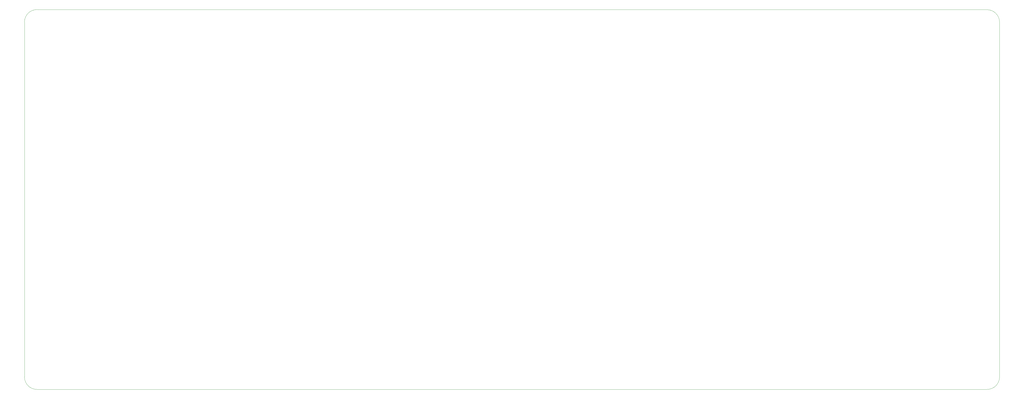
<source format=gbr>
%TF.GenerationSoftware,KiCad,Pcbnew,9.0.2+dfsg-1*%
%TF.CreationDate,2025-06-27T20:46:40-07:00*%
%TF.ProjectId,signalmesh,7369676e-616c-46d6-9573-682e6b696361,rev?*%
%TF.SameCoordinates,Original*%
%TF.FileFunction,Profile,NP*%
%FSLAX46Y46*%
G04 Gerber Fmt 4.6, Leading zero omitted, Abs format (unit mm)*
G04 Created by KiCad (PCBNEW 9.0.2+dfsg-1) date 2025-06-27 20:46:40*
%MOMM*%
%LPD*%
G01*
G04 APERTURE LIST*
%TA.AperFunction,Profile*%
%ADD10C,0.050000*%
%TD*%
G04 APERTURE END LIST*
D10*
X189000000Y-200880000D02*
G75*
G02*
X184000000Y-195880000I0J5000000D01*
G01*
X184000000Y-195880000D02*
X184000000Y-54900000D01*
X189000000Y-49900917D02*
X566000000Y-49951854D01*
X566000000Y-200880000D02*
X189000000Y-200880000D01*
X571000000Y-195880000D02*
G75*
G02*
X566000000Y-200880000I-5000000J0D01*
G01*
X571000000Y-54951068D02*
X571000000Y-195880000D01*
X184000000Y-54900000D02*
G75*
G02*
X189000000Y-49900000I5000000J0D01*
G01*
X566000000Y-49951068D02*
G75*
G02*
X571000032Y-54951068I0J-5000032D01*
G01*
M02*

</source>
